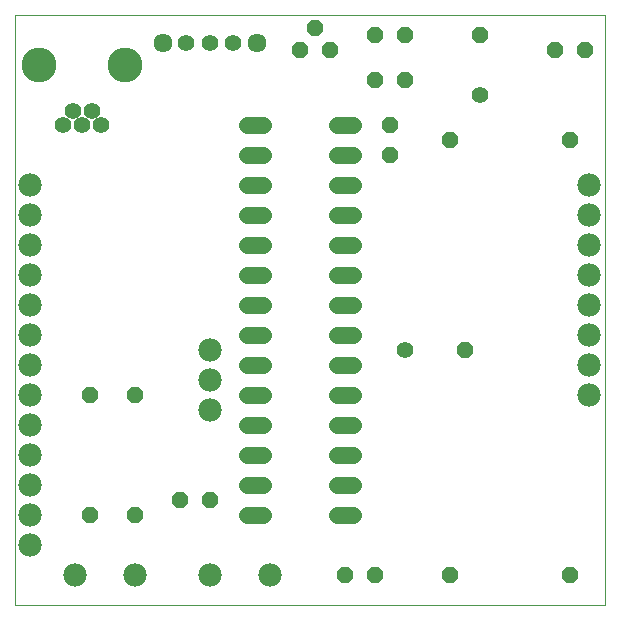
<source format=gbs>
G75*
%MOIN*%
%OFA0B0*%
%FSLAX25Y25*%
%IPPOS*%
%LPD*%
%AMOC8*
5,1,8,0,0,1.08239X$1,22.5*
%
%ADD10C,0.00000*%
%ADD11OC8,0.05600*%
%ADD12C,0.05600*%
%ADD13C,0.05550*%
%ADD14C,0.11620*%
%ADD15C,0.05600*%
%ADD16C,0.06337*%
%ADD17C,0.07800*%
D10*
X0001800Y0001800D02*
X0001800Y0198650D01*
X0198650Y0198650D01*
X0198650Y0001800D01*
X0001800Y0001800D01*
D11*
X0026800Y0031800D03*
X0041800Y0031800D03*
X0056800Y0036800D03*
X0066800Y0036800D03*
X0041800Y0071800D03*
X0026800Y0071800D03*
X0111800Y0011800D03*
X0121800Y0011800D03*
X0146800Y0011800D03*
X0186800Y0011800D03*
X0151800Y0086800D03*
X0126800Y0151800D03*
X0126800Y0161800D03*
X0121800Y0176800D03*
X0131800Y0176800D03*
X0131800Y0191800D03*
X0121800Y0191800D03*
X0106800Y0186800D03*
X0101800Y0194300D03*
X0096800Y0186800D03*
X0146800Y0156800D03*
X0156800Y0191800D03*
X0181800Y0186800D03*
X0191800Y0186800D03*
X0186800Y0156800D03*
D12*
X0156800Y0171800D03*
X0131800Y0086800D03*
D13*
X0074674Y0189300D03*
X0066800Y0189300D03*
X0058926Y0189300D03*
X0030599Y0161721D03*
X0027450Y0166446D03*
X0024300Y0161721D03*
X0021150Y0166446D03*
X0018001Y0161721D03*
D14*
X0009930Y0181800D03*
X0038670Y0181800D03*
D15*
X0079200Y0161800D02*
X0084400Y0161800D01*
X0084400Y0151800D02*
X0079200Y0151800D01*
X0079200Y0141800D02*
X0084400Y0141800D01*
X0084400Y0131800D02*
X0079200Y0131800D01*
X0079200Y0121800D02*
X0084400Y0121800D01*
X0084400Y0111800D02*
X0079200Y0111800D01*
X0079200Y0101800D02*
X0084400Y0101800D01*
X0084400Y0091800D02*
X0079200Y0091800D01*
X0079200Y0081800D02*
X0084400Y0081800D01*
X0084400Y0071800D02*
X0079200Y0071800D01*
X0079200Y0061800D02*
X0084400Y0061800D01*
X0084400Y0051800D02*
X0079200Y0051800D01*
X0079200Y0041800D02*
X0084400Y0041800D01*
X0084400Y0031800D02*
X0079200Y0031800D01*
X0109200Y0031800D02*
X0114400Y0031800D01*
X0114400Y0041800D02*
X0109200Y0041800D01*
X0109200Y0051800D02*
X0114400Y0051800D01*
X0114400Y0061800D02*
X0109200Y0061800D01*
X0109200Y0071800D02*
X0114400Y0071800D01*
X0114400Y0081800D02*
X0109200Y0081800D01*
X0109200Y0091800D02*
X0114400Y0091800D01*
X0114400Y0101800D02*
X0109200Y0101800D01*
X0109200Y0111800D02*
X0114400Y0111800D01*
X0114400Y0121800D02*
X0109200Y0121800D01*
X0109200Y0131800D02*
X0114400Y0131800D01*
X0114400Y0141800D02*
X0109200Y0141800D01*
X0109200Y0151800D02*
X0114400Y0151800D01*
X0114400Y0161800D02*
X0109200Y0161800D01*
D16*
X0082548Y0189300D03*
X0051052Y0189300D03*
D17*
X0006800Y0141800D03*
X0006800Y0131800D03*
X0006800Y0121800D03*
X0006800Y0111800D03*
X0006800Y0101800D03*
X0006800Y0091800D03*
X0006800Y0081800D03*
X0006800Y0071800D03*
X0006800Y0061800D03*
X0006800Y0051800D03*
X0006800Y0041800D03*
X0006800Y0031800D03*
X0006800Y0021800D03*
X0021800Y0011800D03*
X0041800Y0011800D03*
X0066800Y0011800D03*
X0086800Y0011800D03*
X0066800Y0066800D03*
X0066800Y0076800D03*
X0066800Y0086800D03*
X0193050Y0081800D03*
X0193050Y0071800D03*
X0193050Y0091800D03*
X0193050Y0101800D03*
X0193050Y0111800D03*
X0193050Y0121800D03*
X0193050Y0131800D03*
X0193050Y0141800D03*
M02*

</source>
